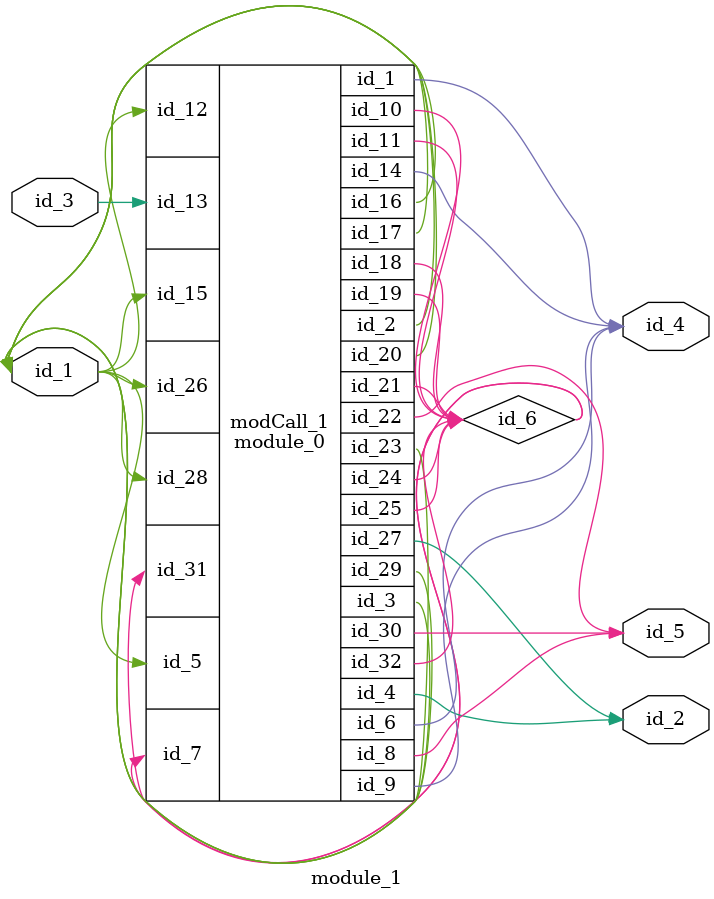
<source format=v>
module module_0 (
    id_1,
    id_2,
    id_3,
    id_4,
    id_5,
    id_6,
    id_7,
    id_8,
    id_9,
    id_10,
    id_11,
    id_12,
    id_13,
    id_14,
    id_15,
    id_16,
    id_17,
    id_18,
    id_19,
    id_20,
    id_21,
    id_22,
    id_23,
    id_24,
    id_25,
    id_26,
    id_27,
    id_28,
    id_29,
    id_30,
    id_31,
    id_32
);
  output wire id_32;
  input wire id_31;
  output wire id_30;
  inout wire id_29;
  input wire id_28;
  output wire id_27;
  input wire id_26;
  inout wire id_25;
  inout wire id_24;
  output wire id_23;
  output wire id_22;
  inout wire id_21;
  inout wire id_20;
  output wire id_19;
  inout wire id_18;
  output wire id_17;
  inout wire id_16;
  input wire id_15;
  output wire id_14;
  input wire id_13;
  input wire id_12;
  inout wire id_11;
  output wire id_10;
  output wire id_9;
  output wire id_8;
  input wire id_7;
  output wire id_6;
  input wire id_5;
  output wire id_4;
  inout wire id_3;
  output wire id_2;
  output wire id_1;
endmodule
module module_1 (
    id_1,
    id_2,
    id_3,
    id_4,
    id_5
);
  output wire id_5;
  output wire id_4;
  input wire id_3;
  output wire id_2;
  inout wire id_1;
  wire id_6;
  module_0 modCall_1 (
      id_4,
      id_1,
      id_1,
      id_2,
      id_1,
      id_4,
      id_6,
      id_5,
      id_4,
      id_6,
      id_6,
      id_1,
      id_3,
      id_4,
      id_1,
      id_1,
      id_1,
      id_6,
      id_6,
      id_1,
      id_6,
      id_5,
      id_1,
      id_6,
      id_6,
      id_1,
      id_2,
      id_1,
      id_1,
      id_5,
      id_6,
      id_6
  );
endmodule

</source>
